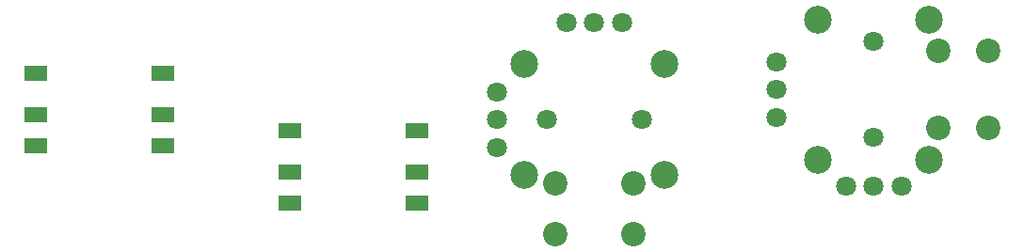
<source format=gbr>
%TF.GenerationSoftware,KiCad,Pcbnew,8.0.2*%
%TF.CreationDate,2025-04-19T09:34:17+08:00*%
%TF.ProjectId,ternel_handel,7465726e-656c-45f6-9861-6e64656c2e6b,rev?*%
%TF.SameCoordinates,PX5636500PY71de640*%
%TF.FileFunction,Soldermask,Bot*%
%TF.FilePolarity,Negative*%
%FSLAX46Y46*%
G04 Gerber Fmt 4.6, Leading zero omitted, Abs format (unit mm)*
G04 Created by KiCad (PCBNEW 8.0.2) date 2025-04-19 09:34:17*
%MOMM*%
%LPD*%
G01*
G04 APERTURE LIST*
%ADD10R,2.000000X1.400000*%
%ADD11C,1.800000*%
%ADD12C,2.500000*%
%ADD13C,2.200000*%
G04 APERTURE END LIST*
D10*
%TO.C,SW3*%
X46616000Y24356068D03*
X46616000Y20656068D03*
X46616000Y17856068D03*
X35154000Y17856068D03*
X35154000Y20656068D03*
X35154000Y24356068D03*
%TD*%
D11*
%TO.C,SW1*%
X87706500Y32390000D03*
X87706500Y23790000D03*
X90206500Y19360000D03*
X87706500Y19360000D03*
X85206500Y19360000D03*
X78976500Y25590000D03*
X78976500Y28089000D03*
X78976500Y30590000D03*
D12*
X82706500Y34414000D03*
X92706500Y34414000D03*
X92706500Y21764000D03*
X82706500Y21764000D03*
D13*
X93498500Y31609000D03*
X97998500Y31609000D03*
X93498500Y24609000D03*
X97998500Y24609000D03*
%TD*%
D10*
%TO.C,SW4*%
X23776000Y29556068D03*
X23776000Y25856068D03*
X23776000Y23056068D03*
X12314000Y23056068D03*
X12314000Y25856068D03*
X12314000Y29556068D03*
%TD*%
D11*
%TO.C,SW2*%
X66870000Y25400000D03*
X58270000Y25400000D03*
X53840000Y22900000D03*
X53840000Y25400000D03*
X53840000Y27900000D03*
X60070000Y34130000D03*
X62569000Y34130000D03*
X65070000Y34130000D03*
D12*
X68894000Y30400000D03*
X68894000Y20400000D03*
X56244000Y20400000D03*
X56244000Y30400000D03*
D13*
X66089000Y19608000D03*
X66089000Y15108000D03*
X59089000Y19608000D03*
X59089000Y15108000D03*
%TD*%
M02*

</source>
